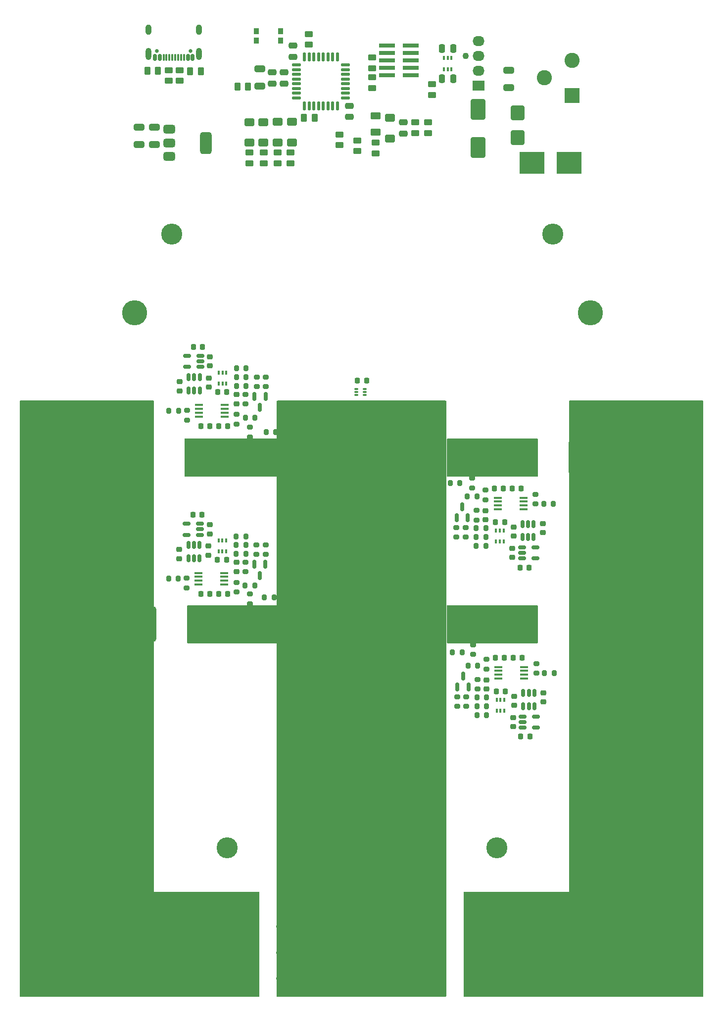
<source format=gts>
G04 #@! TF.GenerationSoftware,KiCad,Pcbnew,9.0.5*
G04 #@! TF.CreationDate,2025-12-19T11:09:57+01:00*
G04 #@! TF.ProjectId,eload-pwr,656c6f61-642d-4707-9772-2e6b69636164,rev?*
G04 #@! TF.SameCoordinates,Original*
G04 #@! TF.FileFunction,Soldermask,Top*
G04 #@! TF.FilePolarity,Negative*
%FSLAX46Y46*%
G04 Gerber Fmt 4.6, Leading zero omitted, Abs format (unit mm)*
G04 Created by KiCad (PCBNEW 9.0.5) date 2025-12-19 11:09:57*
%MOMM*%
%LPD*%
G01*
G04 APERTURE LIST*
G04 Aperture macros list*
%AMRoundRect*
0 Rectangle with rounded corners*
0 $1 Rounding radius*
0 $2 $3 $4 $5 $6 $7 $8 $9 X,Y pos of 4 corners*
0 Add a 4 corners polygon primitive as box body*
4,1,4,$2,$3,$4,$5,$6,$7,$8,$9,$2,$3,0*
0 Add four circle primitives for the rounded corners*
1,1,$1+$1,$2,$3*
1,1,$1+$1,$4,$5*
1,1,$1+$1,$6,$7*
1,1,$1+$1,$8,$9*
0 Add four rect primitives between the rounded corners*
20,1,$1+$1,$2,$3,$4,$5,0*
20,1,$1+$1,$4,$5,$6,$7,0*
20,1,$1+$1,$6,$7,$8,$9,0*
20,1,$1+$1,$8,$9,$2,$3,0*%
G04 Aperture macros list end*
%ADD10RoundRect,0.225000X0.225000X0.250000X-0.225000X0.250000X-0.225000X-0.250000X0.225000X-0.250000X0*%
%ADD11RoundRect,0.200000X0.200000X0.275000X-0.200000X0.275000X-0.200000X-0.275000X0.200000X-0.275000X0*%
%ADD12R,1.450000X0.450000*%
%ADD13RoundRect,0.250000X-0.450000X0.262500X-0.450000X-0.262500X0.450000X-0.262500X0.450000X0.262500X0*%
%ADD14RoundRect,0.225000X-0.250000X0.225000X-0.250000X-0.225000X0.250000X-0.225000X0.250000X0.225000X0*%
%ADD15C,4.300000*%
%ADD16RoundRect,0.225000X0.250000X-0.225000X0.250000X0.225000X-0.250000X0.225000X-0.250000X-0.225000X0*%
%ADD17RoundRect,0.100000X0.100000X-0.225000X0.100000X0.225000X-0.100000X0.225000X-0.100000X-0.225000X0*%
%ADD18RoundRect,0.200000X-0.200000X-0.275000X0.200000X-0.275000X0.200000X0.275000X-0.200000X0.275000X0*%
%ADD19RoundRect,0.200000X-0.275000X0.200000X-0.275000X-0.200000X0.275000X-0.200000X0.275000X0.200000X0*%
%ADD20R,4.245000X3.810000*%
%ADD21RoundRect,0.150000X0.512500X0.150000X-0.512500X0.150000X-0.512500X-0.150000X0.512500X-0.150000X0*%
%ADD22RoundRect,0.250000X0.900000X-1.000000X0.900000X1.000000X-0.900000X1.000000X-0.900000X-1.000000X0*%
%ADD23RoundRect,0.200000X0.275000X-0.200000X0.275000X0.200000X-0.275000X0.200000X-0.275000X-0.200000X0*%
%ADD24RoundRect,0.250000X-0.475000X0.250000X-0.475000X-0.250000X0.475000X-0.250000X0.475000X0.250000X0*%
%ADD25RoundRect,0.225000X-0.225000X-0.250000X0.225000X-0.250000X0.225000X0.250000X-0.225000X0.250000X0*%
%ADD26RoundRect,0.250000X0.450000X-0.262500X0.450000X0.262500X-0.450000X0.262500X-0.450000X-0.262500X0*%
%ADD27RoundRect,0.150000X-0.150000X0.512500X-0.150000X-0.512500X0.150000X-0.512500X0.150000X0.512500X0*%
%ADD28RoundRect,0.250000X0.262500X0.450000X-0.262500X0.450000X-0.262500X-0.450000X0.262500X-0.450000X0*%
%ADD29RoundRect,0.250000X0.650000X-0.325000X0.650000X0.325000X-0.650000X0.325000X-0.650000X-0.325000X0*%
%ADD30R,2.760000X0.650000*%
%ADD31RoundRect,0.250000X-0.262500X-0.450000X0.262500X-0.450000X0.262500X0.450000X-0.262500X0.450000X0*%
%ADD32R,2.600000X2.600000*%
%ADD33C,2.600000*%
%ADD34RoundRect,0.675000X-0.675000X-2.425000X0.675000X-2.425000X0.675000X2.425000X-0.675000X2.425000X0*%
%ADD35RoundRect,0.250000X-0.250000X-0.475000X0.250000X-0.475000X0.250000X0.475000X-0.250000X0.475000X0*%
%ADD36R,1.760000X8.600000*%
%ADD37R,5.500000X6.800000*%
%ADD38R,1.400000X1.200000*%
%ADD39C,3.200000*%
%ADD40RoundRect,0.250000X0.600000X-0.400000X0.600000X0.400000X-0.600000X0.400000X-0.600000X-0.400000X0*%
%ADD41RoundRect,0.150000X0.150000X-0.512500X0.150000X0.512500X-0.150000X0.512500X-0.150000X-0.512500X0*%
%ADD42RoundRect,0.100000X-0.100000X0.225000X-0.100000X-0.225000X0.100000X-0.225000X0.100000X0.225000X0*%
%ADD43RoundRect,0.675000X0.675000X2.425000X-0.675000X2.425000X-0.675000X-2.425000X0.675000X-2.425000X0*%
%ADD44RoundRect,0.125000X-0.625000X-0.125000X0.625000X-0.125000X0.625000X0.125000X-0.625000X0.125000X0*%
%ADD45RoundRect,0.125000X-0.125000X-0.625000X0.125000X-0.625000X0.125000X0.625000X-0.125000X0.625000X0*%
%ADD46RoundRect,0.150000X-0.150000X0.587500X-0.150000X-0.587500X0.150000X-0.587500X0.150000X0.587500X0*%
%ADD47RoundRect,0.150000X0.150000X-0.587500X0.150000X0.587500X-0.150000X0.587500X-0.150000X-0.587500X0*%
%ADD48RoundRect,0.150000X-0.512500X-0.150000X0.512500X-0.150000X0.512500X0.150000X-0.512500X0.150000X0*%
%ADD49C,1.100000*%
%ADD50R,2.030000X1.730000*%
%ADD51O,2.030000X1.730000*%
%ADD52RoundRect,0.250000X1.000000X-1.500000X1.000000X1.500000X-1.000000X1.500000X-1.000000X-1.500000X0*%
%ADD53RoundRect,0.250000X0.475000X-0.250000X0.475000X0.250000X-0.475000X0.250000X-0.475000X-0.250000X0*%
%ADD54RoundRect,0.375000X-0.625000X-0.375000X0.625000X-0.375000X0.625000X0.375000X-0.625000X0.375000X0*%
%ADD55RoundRect,0.500000X-0.500000X-1.400000X0.500000X-1.400000X0.500000X1.400000X-0.500000X1.400000X0*%
%ADD56RoundRect,0.250000X-0.625000X0.375000X-0.625000X-0.375000X0.625000X-0.375000X0.625000X0.375000X0*%
%ADD57RoundRect,0.050000X-0.285000X-0.100000X0.285000X-0.100000X0.285000X0.100000X-0.285000X0.100000X0*%
%ADD58C,0.650000*%
%ADD59RoundRect,0.150000X0.150000X0.425000X-0.150000X0.425000X-0.150000X-0.425000X0.150000X-0.425000X0*%
%ADD60RoundRect,0.075000X0.075000X0.500000X-0.075000X0.500000X-0.075000X-0.500000X0.075000X-0.500000X0*%
%ADD61O,1.000000X2.100000*%
%ADD62O,1.000000X1.800000*%
%ADD63RoundRect,0.250000X-0.600000X0.400000X-0.600000X-0.400000X0.600000X-0.400000X0.600000X0.400000X0*%
%ADD64R,0.900000X1.000000*%
%ADD65RoundRect,0.250000X-0.650000X0.325000X-0.650000X-0.325000X0.650000X-0.325000X0.650000X0.325000X0*%
%ADD66C,3.600000*%
G04 APERTURE END LIST*
D10*
X-30033201Y-141956901D03*
X-31583201Y-141956901D03*
D11*
X-40300000Y-141100000D03*
X-41950000Y-141100000D03*
D12*
X-80933200Y-100719400D03*
X-80933200Y-100069400D03*
X-80933200Y-99419400D03*
X-80933200Y-98769400D03*
X-85333200Y-98769400D03*
X-85333200Y-99419400D03*
X-85333200Y-100069400D03*
X-85333200Y-100719400D03*
D13*
X-55712500Y-42700000D03*
X-55712500Y-44525000D03*
D14*
X-36283200Y-116819400D03*
X-36283200Y-118369400D03*
D13*
X-66512500Y-35287500D03*
X-66512500Y-37112500D03*
D15*
X-18300000Y-161000000D03*
D10*
X-30158201Y-113006900D03*
X-31708201Y-113006900D03*
D16*
X-83408200Y-92069400D03*
X-83408200Y-90519400D03*
D17*
X-34370699Y-151081901D03*
X-33720699Y-151081901D03*
X-33070699Y-151081901D03*
X-33070699Y-149181901D03*
X-33720699Y-149181901D03*
X-34370699Y-149181901D03*
D16*
X-26495700Y-120569399D03*
X-26495700Y-119019399D03*
D10*
X-32895699Y-147781901D03*
X-34445699Y-147781901D03*
D18*
X-37758199Y-151794401D03*
X-36108199Y-151794401D03*
D19*
X-27733200Y-114019400D03*
X-27733200Y-115669400D03*
D10*
X-33083200Y-141956902D03*
X-34633200Y-141956902D03*
D20*
X-28350000Y-57300000D03*
X-21975000Y-57300000D03*
D21*
X-85110700Y-120964400D03*
X-85110700Y-120014400D03*
X-85110700Y-119064400D03*
X-87385700Y-119064400D03*
X-87385700Y-120964400D03*
D18*
X-73825000Y-103400000D03*
X-72175000Y-103400000D03*
D11*
X-37733200Y-114394401D03*
X-39383200Y-114394401D03*
D16*
X-31495700Y-121169400D03*
X-31495700Y-119619400D03*
D19*
X-75448200Y-122689400D03*
X-75448200Y-124339400D03*
D12*
X-80973200Y-129439400D03*
X-80973200Y-128789400D03*
X-80973200Y-128139400D03*
X-80973200Y-127489400D03*
X-85373200Y-127489400D03*
X-85373200Y-128139400D03*
X-85373200Y-128789400D03*
X-85373200Y-129439400D03*
D22*
X-30762500Y-53050000D03*
X-30762500Y-48750000D03*
D14*
X-36158200Y-145769401D03*
X-36158200Y-147319401D03*
D23*
X-39583199Y-150319401D03*
X-39583199Y-148669401D03*
D18*
X-26320700Y-115631899D03*
X-24670700Y-115631899D03*
D24*
X-59612500Y-47550000D03*
X-59612500Y-49450000D03*
D25*
X-81948200Y-131051900D03*
X-80398200Y-131051900D03*
D26*
X-46100000Y-52212500D03*
X-46100000Y-50387500D03*
D27*
X-27920700Y-148044401D03*
X-28870700Y-148044401D03*
X-29820700Y-148044401D03*
X-29820700Y-150319401D03*
X-28870700Y-150319401D03*
X-27920700Y-150319401D03*
D11*
X-77273200Y-121214400D03*
X-78923200Y-121214400D03*
D24*
X-50300000Y-50400000D03*
X-50300000Y-52300000D03*
D17*
X-34495699Y-122131900D03*
X-33845699Y-122131900D03*
X-33195699Y-122131900D03*
X-33195699Y-120231900D03*
X-33845699Y-120231900D03*
X-34495699Y-120231900D03*
D18*
X-78948200Y-124214400D03*
X-77298200Y-124214400D03*
D23*
X-41133200Y-150319401D03*
X-41133200Y-148669401D03*
D19*
X-77373200Y-125639400D03*
X-77373200Y-127289400D03*
D28*
X-65537500Y-49600000D03*
X-67362500Y-49600000D03*
D19*
X-75408200Y-93969400D03*
X-75408200Y-95619400D03*
D13*
X-71812500Y-55575000D03*
X-71812500Y-57400000D03*
D18*
X-77383200Y-100944400D03*
X-75733200Y-100944400D03*
D14*
X-83660700Y-122889400D03*
X-83660700Y-124439400D03*
D26*
X-90512500Y-43312500D03*
X-90512500Y-41487500D03*
X-55112500Y-55712500D03*
X-55112500Y-53887500D03*
D29*
X-92962500Y-54175000D03*
X-92962500Y-51225000D03*
D30*
X-49092500Y-42340000D03*
X-53132500Y-42340000D03*
X-49092500Y-41070000D03*
X-53132500Y-41070000D03*
X-49092500Y-39800000D03*
X-53132500Y-39800000D03*
X-49092500Y-38530000D03*
X-53132500Y-38530000D03*
X-49092500Y-37260000D03*
X-53132500Y-37260000D03*
D23*
X-87423200Y-130039400D03*
X-87423200Y-128389400D03*
D31*
X-94125000Y-41600000D03*
X-92300000Y-41600000D03*
D25*
X-81908200Y-102331900D03*
X-80358200Y-102331900D03*
D29*
X-95562500Y-54175000D03*
X-95562500Y-51225000D03*
D16*
X-26370700Y-149519400D03*
X-26370700Y-147969400D03*
D32*
X-21512500Y-45800000D03*
D33*
X-21512500Y-39800000D03*
X-26212500Y-42800000D03*
D10*
X-33208200Y-113006901D03*
X-34758200Y-113006901D03*
D34*
X-29008200Y-107694400D03*
X-20708200Y-107694400D03*
D35*
X-43712500Y-42950000D03*
X-41812500Y-42950000D03*
D36*
X-51021000Y-107666667D03*
D37*
X-49151000Y-107666667D03*
D38*
X-43801000Y-110666667D03*
X-43801000Y-108666667D03*
X-43801000Y-106666667D03*
X-43801000Y-104666667D03*
D23*
X-36158200Y-143919402D03*
X-36158200Y-142269402D03*
D39*
X-53435000Y-196870000D03*
X-49000000Y-196870000D03*
X-44565000Y-196870000D03*
X-53435000Y-192435000D03*
X-49000000Y-192435000D03*
X-44565000Y-192435000D03*
X-53435000Y-188000000D03*
X-49000000Y-188000000D03*
X-44565000Y-188000000D03*
D40*
X-71812500Y-53837500D03*
X-71812500Y-50337500D03*
D41*
X-87070700Y-96244400D03*
X-86120700Y-96244400D03*
X-85170700Y-96244400D03*
X-85170700Y-93969400D03*
X-86120700Y-93969400D03*
X-87070700Y-93969400D03*
D21*
X-85070700Y-92244400D03*
X-85070700Y-91294400D03*
X-85070700Y-90344400D03*
X-87345700Y-90344400D03*
X-87345700Y-92244400D03*
D28*
X-85000000Y-41700000D03*
X-86825000Y-41700000D03*
D40*
X-69412500Y-53837500D03*
X-69412500Y-50337500D03*
D17*
X-43412500Y-41300000D03*
X-42762500Y-41300000D03*
X-42112500Y-41300000D03*
X-42112500Y-39400000D03*
X-42762500Y-39400000D03*
X-43412500Y-39400000D03*
D42*
X-80660700Y-121926900D03*
X-81310700Y-121926900D03*
X-81960700Y-121926900D03*
X-81960700Y-123826900D03*
X-81310700Y-123826900D03*
X-80660700Y-123826900D03*
D11*
X-36208199Y-119844400D03*
X-37858199Y-119844400D03*
D26*
X-55712500Y-41125000D03*
X-55712500Y-39300000D03*
D12*
X-34183200Y-114619400D03*
X-34183200Y-115269400D03*
X-34183200Y-115919400D03*
X-34183200Y-116569400D03*
X-29783200Y-116569400D03*
X-29783200Y-115919400D03*
X-29783200Y-115269400D03*
X-29783200Y-114619400D03*
D27*
X-28045700Y-119094400D03*
X-28995700Y-119094400D03*
X-29945700Y-119094400D03*
X-29945700Y-121369400D03*
X-28995700Y-121369400D03*
X-28045700Y-121369400D03*
D43*
X-86158200Y-107694400D03*
X-94458200Y-107694400D03*
D23*
X-38560235Y-112925000D03*
X-38560235Y-111275000D03*
D41*
X-87110700Y-124964400D03*
X-86160700Y-124964400D03*
X-85210700Y-124964400D03*
X-85210700Y-122689400D03*
X-86160700Y-122689400D03*
X-87110700Y-122689400D03*
D26*
X-61300000Y-54312500D03*
X-61300000Y-52487500D03*
D42*
X-80620700Y-93206900D03*
X-81270700Y-93206900D03*
X-81920700Y-93206900D03*
X-81920700Y-95106900D03*
X-81270700Y-95106900D03*
X-80620700Y-95106900D03*
D44*
X-68612500Y-40600000D03*
X-68612500Y-41400000D03*
X-68612500Y-42200000D03*
X-68612500Y-43000000D03*
X-68612500Y-43800000D03*
X-68612500Y-44600000D03*
X-68612500Y-45400000D03*
X-68612500Y-46200000D03*
D45*
X-67237500Y-47575000D03*
X-66437500Y-47575000D03*
X-65637500Y-47575000D03*
X-64837500Y-47575000D03*
X-64037500Y-47575000D03*
X-63237500Y-47575000D03*
X-62437500Y-47575000D03*
X-61637500Y-47575000D03*
D44*
X-60262500Y-46200000D03*
X-60262500Y-45400000D03*
X-60262500Y-44600000D03*
X-60262500Y-43800000D03*
X-60262500Y-43000000D03*
X-60262500Y-42200000D03*
X-60262500Y-41400000D03*
X-60262500Y-40600000D03*
D45*
X-61637500Y-39225000D03*
X-62437500Y-39225000D03*
X-63237500Y-39225000D03*
X-64037500Y-39225000D03*
X-64837500Y-39225000D03*
X-65637500Y-39225000D03*
X-66437500Y-39225000D03*
X-67237500Y-39225000D03*
D19*
X-78873200Y-129089400D03*
X-78873200Y-130739400D03*
D18*
X-37883199Y-121344400D03*
X-36233199Y-121344400D03*
D11*
X-88835700Y-128426900D03*
X-90485700Y-128426900D03*
X-37608200Y-143344402D03*
X-39258200Y-143344402D03*
D46*
X-73948200Y-126026900D03*
X-75848200Y-126026900D03*
X-74898200Y-127901900D03*
D47*
X-41208200Y-118031900D03*
X-39308200Y-118031900D03*
X-40258200Y-116156900D03*
D18*
X-78908200Y-95494400D03*
X-77258200Y-95494400D03*
D48*
X-29920700Y-152044401D03*
X-29920700Y-152994401D03*
X-29920700Y-153944401D03*
X-27645700Y-153944401D03*
X-27645700Y-152044401D03*
D16*
X-83448200Y-120789400D03*
X-83448200Y-119239400D03*
D23*
X-37783200Y-118419400D03*
X-37783200Y-116769400D03*
D18*
X-77423200Y-129664400D03*
X-75773200Y-129664400D03*
D15*
X-18300000Y-83000000D03*
D36*
X-63631000Y-107666667D03*
D37*
X-65501000Y-107666667D03*
D38*
X-70851000Y-104666667D03*
X-70851000Y-106666667D03*
X-70851000Y-108666667D03*
X-70851000Y-110666667D03*
D49*
X-39672500Y-39020000D03*
D50*
X-37512500Y-44100000D03*
D51*
X-37512500Y-41560000D03*
X-37512500Y-39020000D03*
X-37512500Y-36480000D03*
D52*
X-37562500Y-54707500D03*
X-37562500Y-48207500D03*
D10*
X-84733200Y-88794400D03*
X-86283200Y-88794400D03*
D16*
X-78833200Y-98519400D03*
X-78833200Y-96969400D03*
D14*
X-88620700Y-94769400D03*
X-88620700Y-96319400D03*
D25*
X-30383200Y-126544400D03*
X-28833200Y-126544400D03*
D53*
X-70712500Y-43750000D03*
X-70712500Y-41850000D03*
D18*
X-26195700Y-144581900D03*
X-24545700Y-144581900D03*
D10*
X-84773200Y-117514400D03*
X-86323200Y-117514400D03*
D54*
X-90412500Y-51600000D03*
X-90412500Y-53900000D03*
D55*
X-84112500Y-53900000D03*
D54*
X-90412500Y-56200000D03*
D29*
X-74912500Y-44175000D03*
X-74912500Y-41225000D03*
D56*
X-55112500Y-49300000D03*
X-55112500Y-52100000D03*
D57*
X-58390000Y-96043284D03*
X-58390000Y-96543284D03*
X-58390000Y-97043284D03*
X-56910000Y-97043284D03*
X-56910000Y-96543284D03*
X-56910000Y-96043284D03*
D25*
X-84998200Y-131051900D03*
X-83448200Y-131051900D03*
D43*
X-85658200Y-136194400D03*
X-93958200Y-136194400D03*
D34*
X-28958200Y-136194400D03*
X-20658200Y-136194400D03*
D19*
X-77333200Y-96919400D03*
X-77333200Y-98569400D03*
D10*
X-56625000Y-94600000D03*
X-58175000Y-94600000D03*
D39*
X-32435000Y-196870000D03*
X-28000000Y-196870000D03*
X-23565000Y-196870000D03*
X-32435000Y-192435000D03*
X-28000000Y-192435000D03*
X-23565000Y-192435000D03*
X-32435000Y-188000000D03*
X-28000000Y-188000000D03*
X-23565000Y-188000000D03*
D19*
X-73858200Y-93969400D03*
X-73858200Y-95619400D03*
D25*
X-82135700Y-125226900D03*
X-80585700Y-125226900D03*
D36*
X-51021000Y-136333333D03*
D37*
X-49151000Y-136333333D03*
D38*
X-43801000Y-139333333D03*
X-43801000Y-137333333D03*
X-43801000Y-135333333D03*
X-43801000Y-133333333D03*
D23*
X-36283200Y-114969401D03*
X-36283200Y-113319401D03*
D25*
X-30258200Y-155494401D03*
X-28708200Y-155494401D03*
D40*
X-74312500Y-53850000D03*
X-74312500Y-50350000D03*
D25*
X-82095700Y-96506900D03*
X-80545700Y-96506900D03*
D26*
X-48300000Y-52212500D03*
X-48300000Y-50387500D03*
D23*
X-41258200Y-121369400D03*
X-41258200Y-119719400D03*
D47*
X-41083200Y-146981901D03*
X-39183200Y-146981901D03*
X-40133200Y-145106901D03*
D26*
X-88612500Y-43312500D03*
X-88612500Y-41487500D03*
D13*
X-45412500Y-43887500D03*
X-45412500Y-45712500D03*
D39*
X-70470000Y-196870000D03*
X-66035000Y-196870000D03*
X-61600000Y-196870000D03*
X-70470000Y-192435000D03*
X-66035000Y-192435000D03*
X-61600000Y-192435000D03*
X-70470000Y-188000000D03*
X-66035000Y-188000000D03*
X-61600000Y-188000000D03*
D11*
X-77233200Y-92494400D03*
X-78883200Y-92494400D03*
X-40675000Y-112100000D03*
X-42325000Y-112100000D03*
D58*
X-86722500Y-38215000D03*
X-92502500Y-38215000D03*
D59*
X-86412500Y-39290000D03*
X-87212500Y-39290000D03*
D60*
X-88362500Y-39290000D03*
X-89362500Y-39290000D03*
X-89862500Y-39290000D03*
X-90862500Y-39290000D03*
D59*
X-92012500Y-39290000D03*
X-92812500Y-39290000D03*
X-92812500Y-39290000D03*
X-92012500Y-39290000D03*
D60*
X-91362500Y-39290000D03*
X-90362500Y-39290000D03*
X-88862500Y-39290000D03*
X-87862500Y-39290000D03*
D59*
X-87212500Y-39290000D03*
X-86412500Y-39290000D03*
D61*
X-85292500Y-38715000D03*
D62*
X-85292500Y-34535000D03*
D61*
X-93932500Y-38715000D03*
D62*
X-93932500Y-34535000D03*
D19*
X-27608200Y-142969401D03*
X-27608200Y-144619401D03*
D63*
X-52600000Y-49650000D03*
X-52600000Y-53150000D03*
D64*
X-75462500Y-34800000D03*
X-71362500Y-34800000D03*
X-75462500Y-36400000D03*
X-71362500Y-36400000D03*
D23*
X-38435235Y-141425000D03*
X-38435235Y-139775000D03*
D14*
X-31583200Y-152219401D03*
X-31583200Y-153769401D03*
D65*
X-32312500Y-41525000D03*
X-32312500Y-44475000D03*
D14*
X-88660700Y-123489400D03*
X-88660700Y-125039400D03*
D23*
X-39708199Y-121369400D03*
X-39708199Y-119719400D03*
D19*
X-73898200Y-122689400D03*
X-73898200Y-124339400D03*
X-76556165Y-102575000D03*
X-76556165Y-104225000D03*
D39*
X-91470000Y-196870000D03*
X-87035000Y-196870000D03*
X-82600000Y-196870000D03*
X-91470000Y-192435000D03*
X-87035000Y-192435000D03*
X-82600000Y-192435000D03*
X-91470000Y-188000000D03*
X-87035000Y-188000000D03*
X-82600000Y-188000000D03*
D13*
X-74212500Y-55587500D03*
X-74212500Y-57412500D03*
D14*
X-31708200Y-123269400D03*
X-31708200Y-124819400D03*
D36*
X-63631000Y-136333333D03*
D37*
X-65501000Y-136333333D03*
D38*
X-70851000Y-133333333D03*
X-70851000Y-135333333D03*
X-70851000Y-137333333D03*
X-70851000Y-139333333D03*
D48*
X-30045700Y-123094400D03*
X-30045700Y-124044400D03*
X-30045700Y-124994400D03*
X-27770700Y-124994400D03*
X-27770700Y-123094400D03*
D11*
X-77233200Y-93994400D03*
X-78883200Y-93994400D03*
D46*
X-73908200Y-97306900D03*
X-75808200Y-97306900D03*
X-74858200Y-99181900D03*
D23*
X-87383200Y-101319400D03*
X-87383200Y-99669400D03*
D28*
X-76900000Y-44300000D03*
X-78725000Y-44300000D03*
D12*
X-34058200Y-143569401D03*
X-34058200Y-144219401D03*
X-34058200Y-144869401D03*
X-34058200Y-145519401D03*
X-29658200Y-145519401D03*
X-29658200Y-144869401D03*
X-29658200Y-144219401D03*
X-29658200Y-143569401D03*
D26*
X-58200000Y-55312500D03*
X-58200000Y-53487500D03*
D11*
X-77273200Y-122714400D03*
X-78923200Y-122714400D03*
D16*
X-31370700Y-150119401D03*
X-31370700Y-148569401D03*
X-78873200Y-127239400D03*
X-78873200Y-125689400D03*
D10*
X-33020699Y-118831900D03*
X-34570699Y-118831900D03*
D18*
X-74125000Y-131700000D03*
X-72475000Y-131700000D03*
D15*
X-96300000Y-83000000D03*
D14*
X-83620700Y-94169400D03*
X-83620700Y-95719400D03*
D19*
X-76600000Y-131075000D03*
X-76600000Y-132725000D03*
D13*
X-76712500Y-55587500D03*
X-76712500Y-57412500D03*
D25*
X-84958200Y-102331900D03*
X-83408200Y-102331900D03*
D53*
X-69212500Y-39200000D03*
X-69212500Y-37300000D03*
D35*
X-43712500Y-37750000D03*
X-41812500Y-37750000D03*
D53*
X-72737500Y-43750000D03*
X-72737500Y-41850000D03*
D19*
X-78833200Y-100369400D03*
X-78833200Y-102019400D03*
D13*
X-69612500Y-55575000D03*
X-69612500Y-57400000D03*
D11*
X-88795700Y-99706900D03*
X-90445700Y-99706900D03*
D15*
X-96300000Y-161000000D03*
D66*
X-24800000Y-69500000D03*
X-34300000Y-174500000D03*
X-80500000Y-174500000D03*
X-90000000Y-69500000D03*
D40*
X-76712500Y-53850000D03*
X-76712500Y-50350000D03*
D18*
X-37883199Y-122844400D03*
X-36233199Y-122844400D03*
X-37758199Y-150294401D03*
X-36108199Y-150294401D03*
D23*
X-37658200Y-147369401D03*
X-37658200Y-145719401D03*
D11*
X-36083199Y-148794401D03*
X-37733199Y-148794401D03*
G36*
X-71688021Y-132752382D02*
G01*
X-71628520Y-132764217D01*
X-71583820Y-132782732D01*
X-71543731Y-132809518D01*
X-71509518Y-132843731D01*
X-71482732Y-132883820D01*
X-71464218Y-132928519D01*
X-71452383Y-132988019D01*
X-71450000Y-133012210D01*
X-71450000Y-139487789D01*
X-71452383Y-139511980D01*
X-71464218Y-139571480D01*
X-71482732Y-139616179D01*
X-71509518Y-139656268D01*
X-71543731Y-139690481D01*
X-71583820Y-139717267D01*
X-71628518Y-139735781D01*
X-71688019Y-139747617D01*
X-71712211Y-139750000D01*
X-71876000Y-139750000D01*
X-71943039Y-139730315D01*
X-71988794Y-139677511D01*
X-72000000Y-139626000D01*
X-72000000Y-139500000D01*
X-87176000Y-139500000D01*
X-87243039Y-139480315D01*
X-87288794Y-139427511D01*
X-87300000Y-139376000D01*
X-87300000Y-133124000D01*
X-87280315Y-133056961D01*
X-87227511Y-133011206D01*
X-87176000Y-133000000D01*
X-72000000Y-133000000D01*
X-72000000Y-132874000D01*
X-71980315Y-132806961D01*
X-71927511Y-132761206D01*
X-71876000Y-132750000D01*
X-71712211Y-132750000D01*
X-71688021Y-132752382D01*
G37*
G36*
X943039Y-98019685D02*
G01*
X988794Y-98072489D01*
X1000000Y-98124000D01*
X1000000Y-199876000D01*
X980315Y-199943039D01*
X927511Y-199988794D01*
X876000Y-200000000D01*
X-39876000Y-200000000D01*
X-39943039Y-199980315D01*
X-39988794Y-199927511D01*
X-40000000Y-199876000D01*
X-40000000Y-182124000D01*
X-39980315Y-182056961D01*
X-39927511Y-182011206D01*
X-39876000Y-182000000D01*
X-22000000Y-182000000D01*
X-22000000Y-98124000D01*
X-21980315Y-98056961D01*
X-21927511Y-98011206D01*
X-21876000Y-98000000D01*
X876000Y-98000000D01*
X943039Y-98019685D01*
G37*
G36*
X-93056961Y-98019685D02*
G01*
X-93011206Y-98072489D01*
X-93000000Y-98124000D01*
X-93000000Y-182000000D01*
X-75124000Y-182000000D01*
X-75056961Y-182019685D01*
X-75011206Y-182072489D01*
X-75000000Y-182124000D01*
X-75000000Y-199876000D01*
X-75019685Y-199943039D01*
X-75072489Y-199988794D01*
X-75124000Y-200000000D01*
X-115876000Y-200000000D01*
X-115943039Y-199980315D01*
X-115988794Y-199927511D01*
X-116000000Y-199876000D01*
X-116000000Y-98124000D01*
X-115980315Y-98056961D01*
X-115927511Y-98011206D01*
X-115876000Y-98000000D01*
X-93124000Y-98000000D01*
X-93056961Y-98019685D01*
G37*
G36*
X-71688021Y-104252382D02*
G01*
X-71628520Y-104264217D01*
X-71583820Y-104282732D01*
X-71543731Y-104309518D01*
X-71509518Y-104343731D01*
X-71482732Y-104383820D01*
X-71464218Y-104428519D01*
X-71452383Y-104488019D01*
X-71450000Y-104512210D01*
X-71450000Y-110987789D01*
X-71452383Y-111011980D01*
X-71464218Y-111071480D01*
X-71482732Y-111116179D01*
X-71509518Y-111156268D01*
X-71543731Y-111190481D01*
X-71583820Y-111217267D01*
X-71628518Y-111235781D01*
X-71688019Y-111247617D01*
X-71712211Y-111250000D01*
X-71876000Y-111250000D01*
X-71943039Y-111230315D01*
X-71988794Y-111177511D01*
X-72000000Y-111126000D01*
X-72000000Y-111000000D01*
X-87676000Y-111000000D01*
X-87743039Y-110980315D01*
X-87788794Y-110927511D01*
X-87800000Y-110876000D01*
X-87800000Y-104624000D01*
X-87780315Y-104556961D01*
X-87727511Y-104511206D01*
X-87676000Y-104500000D01*
X-72000000Y-104500000D01*
X-72000000Y-104374000D01*
X-71980315Y-104306961D01*
X-71927511Y-104261206D01*
X-71876000Y-104250000D01*
X-71712211Y-104250000D01*
X-71688021Y-104252382D01*
G37*
G36*
X-27356961Y-133019685D02*
G01*
X-27311206Y-133072489D01*
X-27300000Y-133124000D01*
X-27300000Y-139376000D01*
X-27319685Y-139443039D01*
X-27372489Y-139488794D01*
X-27424000Y-139500000D01*
X-42776000Y-139500000D01*
X-42843039Y-139480315D01*
X-42888794Y-139427511D01*
X-42900000Y-139376000D01*
X-42900000Y-133124000D01*
X-42880315Y-133056961D01*
X-42827511Y-133011206D01*
X-42776000Y-133000000D01*
X-27424000Y-133000000D01*
X-27356961Y-133019685D01*
G37*
G36*
X-43056961Y-98019685D02*
G01*
X-43011206Y-98072489D01*
X-43000000Y-98124000D01*
X-43000000Y-199876000D01*
X-43019685Y-199943039D01*
X-43072489Y-199988794D01*
X-43124000Y-200000000D01*
X-71876000Y-200000000D01*
X-71943039Y-199980315D01*
X-71988794Y-199927511D01*
X-72000000Y-199876000D01*
X-72000000Y-139500000D01*
X-72126000Y-139500000D01*
X-72193039Y-139480315D01*
X-72238794Y-139427511D01*
X-72250000Y-139376000D01*
X-72250000Y-133124000D01*
X-72230315Y-133056961D01*
X-72177511Y-133011206D01*
X-72126000Y-133000000D01*
X-72000000Y-133000000D01*
X-72000000Y-111000000D01*
X-72126000Y-111000000D01*
X-72193039Y-110980315D01*
X-72238794Y-110927511D01*
X-72250000Y-110876000D01*
X-72250000Y-104624000D01*
X-72230315Y-104556961D01*
X-72177511Y-104511206D01*
X-72126000Y-104500000D01*
X-72000000Y-104500000D01*
X-72000000Y-98124000D01*
X-71980315Y-98056961D01*
X-71927511Y-98011206D01*
X-71876000Y-98000000D01*
X-43124000Y-98000000D01*
X-43056961Y-98019685D01*
G37*
G36*
X-27356961Y-104519685D02*
G01*
X-27311206Y-104572489D01*
X-27300000Y-104624000D01*
X-27300000Y-110876000D01*
X-27319685Y-110943039D01*
X-27372489Y-110988794D01*
X-27424000Y-111000000D01*
X-42776000Y-111000000D01*
X-42843039Y-110980315D01*
X-42888794Y-110927511D01*
X-42900000Y-110876000D01*
X-42900000Y-104624000D01*
X-42880315Y-104556961D01*
X-42827511Y-104511206D01*
X-42776000Y-104500000D01*
X-27424000Y-104500000D01*
X-27356961Y-104519685D01*
G37*
M02*

</source>
